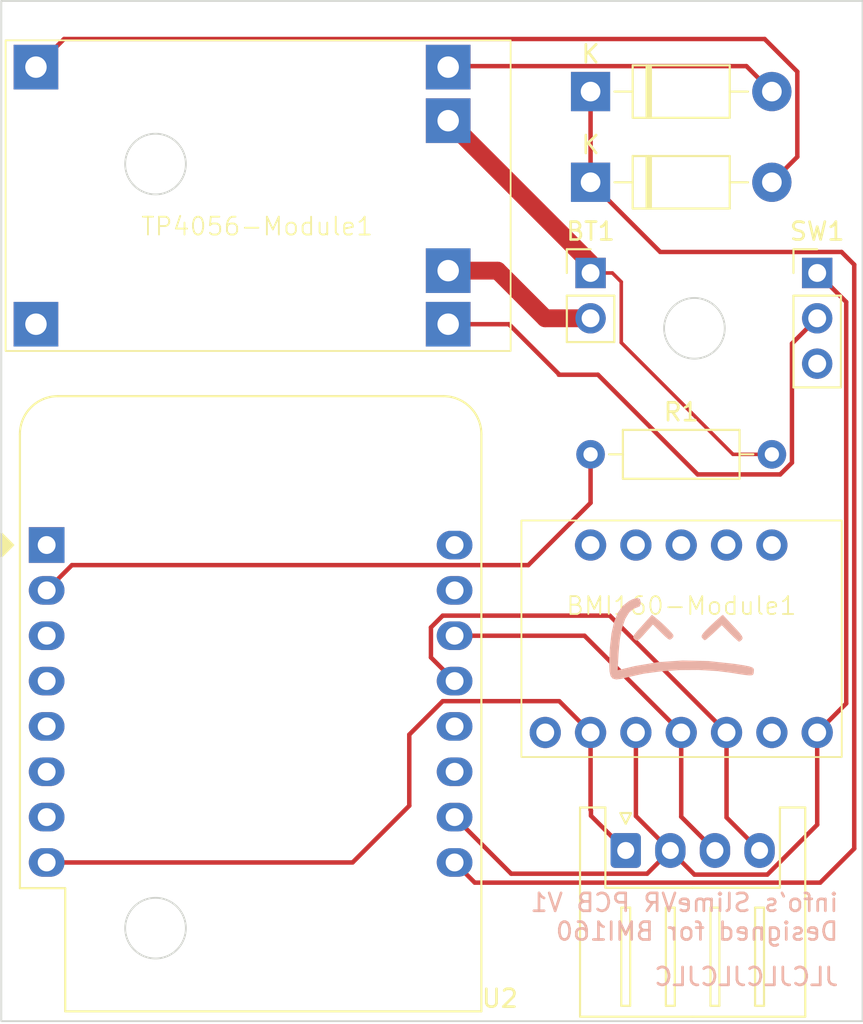
<source format=kicad_pcb>
(kicad_pcb (version 20221018) (generator pcbnew)
  (layers (0 "F.Cu" signal) (31 "B.Cu" signal) (34 "B.Paste" user) (35 "F.Paste" user) (36 "B.SilkS" user "B.Silkscreen") (37 "F.SilkS" user "F.Silkscreen") (38 "B.Mask" user) (39 "F.Mask" user) (44 "Edge.Cuts" user))
  (net 0 "")
  (net 8 "Net-(U2-A0)")
  (net 20 "Net-(SW1-B)")
  (net 22 "SCL")
  (net 23 "SDA")
  (net 24 "B+")
  (net 25 "B-")
  (net 26 "+3V3")
  (net 27 "GND")
  (net 28 "+5V")
  (net 29 "Net-(D1-A)")
  (net 30 "Net-(D2-A)")
  (footprint "Diode_THT:D_DO-41_SOD81_P10.16mm_Horizontal" (layer "F.Cu") (at 119.38 27.94)
    (fp_text reference "D2" hide)
    (fp_text value "1N5817")
    (fp_text user "K" (at 0 -2.1) (layer "F.SilkS"))
    (fp_line (start 1.34 0) (end 2.36 0) (stroke (width 0.12)) (layer "F.SilkS"))
    (fp_line (start 2.36 -1.47) (end 2.36 1.47) (stroke (width 0.12)) (layer "F.SilkS"))
    (fp_line (start 2.36 1.47) (end 7.8 1.47) (stroke (width 0.12)) (layer "F.SilkS"))
    (fp_line (start 3.14 -1.47) (end 3.14 1.47) (stroke (width 0.12)) (layer "F.SilkS"))
    (fp_line (start 3.26 -1.47) (end 3.26 1.47) (stroke (width 0.12)) (layer "F.SilkS"))
    (fp_line (start 3.38 -1.47) (end 3.38 1.47) (stroke (width 0.12)) (layer "F.SilkS"))
    (fp_line (start 7.8 -1.47) (end 2.36 -1.47) (stroke (width 0.12)) (layer "F.SilkS"))
    (fp_line (start 7.8 1.47) (end 7.8 -1.47) (stroke (width 0.12)) (layer "F.SilkS"))
    (fp_line (start 8.82 0) (end 7.8 0) (stroke (width 0.12)) (layer "F.SilkS"))
    (pad "1" thru_hole rect (at 0 0) (size 2.2 2.2) (drill 1.1) (layers "*.Cu" "*.Mask") (net 28 "+5V"))
    (pad "2" thru_hole oval (at 10.16 0) (size 2.2 2.2) (drill 1.1) (layers "*.Cu" "*.Mask") (net 30 "Net-(D2-A)"))
  )
  (footprint "Design:SlimeVR" (layer "F.Cu") (at 124.48 58.59)
    (fp_text reference "G***" hide)
    (fp_text value "LOGO" hide)
    (fp_poly (pts (xy -2.225106 -0.724802) (xy -2.479852 -0.440156) (xy -2.63454 -0.251517) (xy -2.704218 -0.130695) (xy -2.703931 -0.0495) (xy -2.648727 0.020256) (xy -2.631346 0.036289) (xy -2.545748 0.099172) (xy -2.462233 0.099518) (xy -2.34915 0.018739) (xy -2.174848 -0.161754) (xy -2.041572 -0.310094) (xy -1.607365 -0.797263) (xy -1.142415 -0.338089) (xy -0.905625 -0.109189) (xy -0.754277 0.015169) (xy -0.655734 0.051816) (xy -0.577361 0.017586) (xy -0.532743 -0.023638) (xy -0.459358 -0.114279) (xy -0.460452 -0.203356) (xy -0.552122 -0.332381) (xy -0.723176 -0.514698) (xy -0.977689 -0.764199) (xy -1.245355 -1.006493) (xy -1.360816 -1.103071) (xy -1.663298 -1.345107)) (fill solid) (layer "B.SilkS"))
    (fp_poly (pts (xy 2.250395 -1.301037) (xy 2.089885 -1.165181) (xy 1.860551 -0.958074) (xy 1.671088 -0.781014) (xy 1.385919 -0.504663) (xy 1.211169 -0.314773) (xy 1.129259 -0.186945) (xy 1.122611 -0.096776) (xy 1.146154 -0.052337) (xy 1.254791 0.060784) (xy 1.305569 0.084667) (xy 1.391806 0.030515) (xy 1.563787 -0.112174) (xy 1.785987 -0.31375) (xy 1.809681 -0.33608) (xy 2.254559 -0.756827) (xy 2.711887 -0.293747) (xy 2.936211 -0.073475) (xy 3.115606 0.089979) (xy 3.217168 0.166934) (xy 3.225241 0.169334) (xy 3.319186 0.112144) (xy 3.388295 0.040371) (xy 3.421518 -0.036908) (xy 3.390526 -0.141476) (xy 3.278989 -0.298902) (xy 3.070573 -0.534755) (xy 2.915092 -0.700462) (xy 2.668203 -0.961736) (xy 2.469428 -1.173833) (xy 2.344667 -1.309021) (xy 2.315531 -1.34251)) (fill solid) (layer "B.SilkS"))
    (fp_poly (pts (xy -2.739875 -2.21935) (xy -2.95326 -2.112155) (xy -3.297409 -1.843202) (xy -3.572536 -1.456793) (xy -3.782175 -0.943163) (xy -3.929855 -0.292547) (xy -4.019109 0.504821) (xy -4.040341 0.893635) (xy -4.054928 1.438166) (xy -4.03855 1.831697) (xy -3.976806 2.091751) (xy -3.855294 2.23585) (xy -3.659614 2.281516) (xy -3.375363 2.24627) (xy -3.005667 2.152545) (xy -2.131655 1.958084) (xy -1.146245 1.824647) (xy -0.096767 1.754264) (xy 0.969452 1.748968) (xy 2.005083 1.810791) (xy 2.751666 1.905374) (xy 3.235829 1.982799) (xy 3.578105 2.032781) (xy 3.803881 2.054212) (xy 3.938542 2.045984) (xy 4.007476 2.006986) (xy 4.036068 1.936112) (xy 4.047756 1.848768) (xy 4.05424 1.736997) (xy 4.026508 1.655221) (xy 3.938972 1.593048) (xy 3.766046 1.540085) (xy 3.482142 1.485938) (xy 3.061672 1.420215) (xy 2.952136 1.403745) (xy 1.4905 1.246416) (xy 0.060108 1.214563) (xy -1.311896 1.307435) (xy -2.598371 1.52428) (xy -2.760295 1.562111) (xy -3.580295 1.760349) (xy -3.531801 0.816675) (xy -3.460882 0.049005) (xy -3.335466 -0.594877) (xy -3.15916 -1.105703) (xy -2.935566 -1.474207) (xy -2.668291 -1.691122) (xy -2.538968 -1.735893) (xy -2.356189 -1.805446) (xy -2.290873 -1.941772) (xy -2.286 -2.038727) (xy -2.335109 -2.227586) (xy -2.485079 -2.287648)) (fill solid) (layer "B.SilkS"))
  )
  (footprint "Module:WEMOS_D1_mini_light" (layer "F.Cu") (at 88.9 53.34)
    (fp_text reference "U2" (at 25.4 25.4) (layer "F.SilkS"))
    (fp_text value "WeMos_D1_mini")
    (fp_line (start -1.5 19.22) (end -1.5 -6.21) (stroke (width 0.12)) (layer "F.SilkS"))
    (fp_line (start -1.5 19.22) (end 1.04 19.22) (stroke (width 0.12)) (layer "F.SilkS"))
    (fp_line (start 1.04 19.22) (end 1.04 26.12) (stroke (width 0.12)) (layer "F.SilkS"))
    (fp_line (start 1.04 26.12) (end 24.36 26.12) (stroke (width 0.12)) (layer "F.SilkS"))
    (fp_line (start 22.24 -8.34) (end 0.63 -8.34) (stroke (width 0.12)) (layer "F.SilkS"))
    (fp_line (start 24.36 26.12) (end 24.36 -6.21) (stroke (width 0.12)) (layer "F.SilkS"))
    (fp_arc (start -1.5 -6.21) (mid -0.876137 -7.716137) (end 0.63 -8.34) (stroke (width 0.12)) (layer "F.SilkS"))
    (fp_arc (start 22.23 -8.34) (mid 23.736137 -7.716137) (end 24.36 -6.21) (stroke (width 0.12)) (layer "F.SilkS"))
    (fp_poly (pts (xy -2.54 -0.635) (xy -2.54 0.635) (xy -1.905 0)) (stroke (width 0.15)) (fill solid) (layer "F.SilkS"))
    (pad "1" thru_hole rect (at 0 0) (size 2 2) (drill 1) (layers "*.Cu" "*.Mask"))
    (pad "2" thru_hole oval (at 0 2.54) (size 2 1.6) (drill 1) (layers "*.Cu" "*.Mask") (net 8 "Net-(U2-A0)"))
    (pad "3" thru_hole oval (at 0 5.08) (size 2 1.6) (drill 1) (layers "*.Cu" "*.Mask"))
    (pad "4" thru_hole oval (at 0 7.62) (size 2 1.6) (drill 1) (layers "*.Cu" "*.Mask"))
    (pad "5" thru_hole oval (at 0 10.16) (size 2 1.6) (drill 1) (layers "*.Cu" "*.Mask"))
    (pad "6" thru_hole oval (at 0 12.7) (size 2 1.6) (drill 1) (layers "*.Cu" "*.Mask"))
    (pad "7" thru_hole oval (at 0 15.24) (size 2 1.6) (drill 1) (layers "*.Cu" "*.Mask"))
    (pad "8" thru_hole oval (at 0 17.78) (size 2 1.6) (drill 1) (layers "*.Cu" "*.Mask") (net 26 "+3V3"))
    (pad "9" thru_hole oval (at 22.86 17.78) (size 2 1.6) (drill 1) (layers "*.Cu" "*.Mask") (net 28 "+5V"))
    (pad "10" thru_hole oval (at 22.86 15.24) (size 2 1.6) (drill 1) (layers "*.Cu" "*.Mask") (net 27 "GND"))
    (pad "11" thru_hole oval (at 22.86 12.7) (size 2 1.6) (drill 1) (layers "*.Cu" "*.Mask"))
    (pad "12" thru_hole oval (at 22.86 10.16) (size 2 1.6) (drill 1) (layers "*.Cu" "*.Mask"))
    (pad "13" thru_hole oval (at 22.86 7.62) (size 2 1.6) (drill 1) (layers "*.Cu" "*.Mask") (net 23 "SDA"))
    (pad "14" thru_hole oval (at 22.86 5.08) (size 2 1.6) (drill 1) (layers "*.Cu" "*.Mask") (net 22 "SCL"))
    (pad "15" thru_hole oval (at 22.86 2.54) (size 2 1.6) (drill 1) (layers "*.Cu" "*.Mask"))
    (pad "16" thru_hole oval (at 22.86 0) (size 2 1.6) (drill 1) (layers "*.Cu" "*.Mask"))
  )
  (footprint "Connector_PinHeader_2.54mm:PinHeader_1x03_P2.54mm_Vertical" (layer "F.Cu") (at 132.08 38.1)
    (fp_text reference "SW1" (at 0 -2.33) (layer "F.SilkS"))
    (fp_text value "SW_SPDT")
    (fp_line (start -1.33 -1.33) (end 0 -1.33) (stroke (width 0.12)) (layer "F.SilkS"))
    (fp_line (start -1.33 0) (end -1.33 -1.33) (stroke (width 0.12)) (layer "F.SilkS"))
    (fp_line (start -1.33 1.27) (end -1.33 6.41) (stroke (width 0.12)) (layer "F.SilkS"))
    (fp_line (start -1.33 1.27) (end 1.33 1.27) (stroke (width 0.12)) (layer "F.SilkS"))
    (fp_line (start -1.33 6.41) (end 1.33 6.41) (stroke (width 0.12)) (layer "F.SilkS"))
    (fp_line (start 1.33 1.27) (end 1.33 6.41) (stroke (width 0.12)) (layer "F.SilkS"))
    (pad "1" thru_hole rect (at 0 0) (size 1.7 1.7) (drill 1) (layers "*.Cu" "*.Mask") (net 27 "GND"))
    (pad "2" thru_hole oval (at 0 2.54) (size 1.7 1.7) (drill 1) (layers "*.Cu" "*.Mask") (net 20 "Net-(SW1-B)"))
    (pad "3" thru_hole oval (at 0 5.08) (size 1.7 1.7) (drill 1) (layers "*.Cu" "*.Mask"))
  )
  (footprint "Connector_JST:JST_XH_S4B-XH-A_1x04_P2.50mm_Horizontal" (layer "F.Cu") (at 121.35 70.45)
    (fp_text reference "J2" hide)
    (fp_text value "Auxiliary IMU")
    (fp_line (start -2.56 -2.41) (end -1.14 -2.41) (stroke (width 0.12)) (layer "F.SilkS"))
    (fp_line (start -2.56 9.31) (end -2.56 -2.41) (stroke (width 0.12)) (layer "F.SilkS"))
    (fp_line (start -1.14 -2.41) (end -1.14 2.09) (stroke (width 0.12)) (layer "F.SilkS"))
    (fp_line (start -1.14 2.09) (end 3.75 2.09) (stroke (width 0.12)) (layer "F.SilkS"))
    (fp_line (start -0.3 -2.1) (end 0.3 -2.1) (stroke (width 0.12)) (layer "F.SilkS"))
    (fp_line (start -0.25 3.2) (end -0.25 8.7) (stroke (width 0.12)) (layer "F.SilkS"))
    (fp_line (start -0.25 8.7) (end 0.25 8.7) (stroke (width 0.12)) (layer "F.SilkS"))
    (fp_line (start 0 -1.5) (end -0.3 -2.1) (stroke (width 0.12)) (layer "F.SilkS"))
    (fp_line (start 0.25 3.2) (end -0.25 3.2) (stroke (width 0.12)) (layer "F.SilkS"))
    (fp_line (start 0.25 8.7) (end 0.25 3.2) (stroke (width 0.12)) (layer "F.SilkS"))
    (fp_line (start 0.3 -2.1) (end 0 -1.5) (stroke (width 0.12)) (layer "F.SilkS"))
    (fp_line (start 2.25 3.2) (end 2.25 8.7) (stroke (width 0.12)) (layer "F.SilkS"))
    (fp_line (start 2.25 8.7) (end 2.75 8.7) (stroke (width 0.12)) (layer "F.SilkS"))
    (fp_line (start 2.75 3.2) (end 2.25 3.2) (stroke (width 0.12)) (layer "F.SilkS"))
    (fp_line (start 2.75 8.7) (end 2.75 3.2) (stroke (width 0.12)) (layer "F.SilkS"))
    (fp_line (start 3.75 9.31) (end -2.56 9.31) (stroke (width 0.12)) (layer "F.SilkS"))
    (fp_line (start 3.75 9.31) (end 10.06 9.31) (stroke (width 0.12)) (layer "F.SilkS"))
    (fp_line (start 4.75 3.2) (end 4.75 8.7) (stroke (width 0.12)) (layer "F.SilkS"))
    (fp_line (start 4.75 8.7) (end 5.25 8.7) (stroke (width 0.12)) (layer "F.SilkS"))
    (fp_line (start 5.25 3.2) (end 4.75 3.2) (stroke (width 0.12)) (layer "F.SilkS"))
    (fp_line (start 5.25 8.7) (end 5.25 3.2) (stroke (width 0.12)) (layer "F.SilkS"))
    (fp_line (start 7.25 3.2) (end 7.25 8.7) (stroke (width 0.12)) (layer "F.SilkS"))
    (fp_line (start 7.25 8.7) (end 7.75 8.7) (stroke (width 0.12)) (layer "F.SilkS"))
    (fp_line (start 7.75 3.2) (end 7.25 3.2) (stroke (width 0.12)) (layer "F.SilkS"))
    (fp_line (start 7.75 8.7) (end 7.75 3.2) (stroke (width 0.12)) (layer "F.SilkS"))
    (fp_line (start 8.64 -2.41) (end 8.64 2.09) (stroke (width 0.12)) (layer "F.SilkS"))
    (fp_line (start 8.64 2.09) (end 3.75 2.09) (stroke (width 0.12)) (layer "F.SilkS"))
    (fp_line (start 10.06 -2.41) (end 8.64 -2.41) (stroke (width 0.12)) (layer "F.SilkS"))
    (fp_line (start 10.06 9.31) (end 10.06 -2.41) (stroke (width 0.12)) (layer "F.SilkS"))
    (pad "1" thru_hole roundrect (at 0 0) (size 1.7 1.95) (drill 0.95) (layers "*.Cu" "*.Mask") (roundrect_rratio 0.1470588235) (net 26 "+3V3"))
    (pad "2" thru_hole oval (at 2.5 0) (size 1.7 1.95) (drill 0.95) (layers "*.Cu" "*.Mask") (net 27 "GND"))
    (pad "3" thru_hole oval (at 5 0) (size 1.7 1.95) (drill 0.95) (layers "*.Cu" "*.Mask") (net 22 "SCL"))
    (pad "4" thru_hole oval (at 7.5 0) (size 1.7 1.95) (drill 0.95) (layers "*.Cu" "*.Mask") (net 23 "SDA"))
  )
  (footprint "Resistor_THT:R_Axial_DIN0207_L6.3mm_D2.5mm_P10.16mm_Horizontal" (layer "F.Cu") (at 119.38 48.26)
    (fp_text reference "R1" (at 5.08 -2.37) (layer "F.SilkS"))
    (fp_text value "180k")
    (fp_line (start 1.04 0) (end 1.81 0) (stroke (width 0.12)) (layer "F.SilkS"))
    (fp_line (start 1.81 -1.37) (end 1.81 1.37) (stroke (width 0.12)) (layer "F.SilkS"))
    (fp_line (start 1.81 1.37) (end 8.35 1.37) (stroke (width 0.12)) (layer "F.SilkS"))
    (fp_line (start 8.35 -1.37) (end 1.81 -1.37) (stroke (width 0.12)) (layer "F.SilkS"))
    (fp_line (start 8.35 1.37) (end 8.35 -1.37) (stroke (width 0.12)) (layer "F.SilkS"))
    (fp_line (start 9.12 0) (end 8.35 0) (stroke (width 0.12)) (layer "F.SilkS"))
    (pad "1" thru_hole circle (at 0 0) (size 1.6 1.6) (drill 0.8) (layers "*.Cu" "*.Mask") (net 8 "Net-(U2-A0)"))
    (pad "2" thru_hole oval (at 10.16 0) (size 1.6 1.6) (drill 0.8) (layers "*.Cu" "*.Mask") (net 24 "B+"))
  )
  (footprint "Diode_THT:D_DO-41_SOD81_P10.16mm_Horizontal" (layer "F.Cu") (at 119.38 33.02)
    (fp_text reference "D1" hide)
    (fp_text value "1N5817")
    (fp_text user "K" (at 0 -2.1) (layer "F.SilkS"))
    (fp_line (start 1.34 0) (end 2.36 0) (stroke (width 0.12)) (layer "F.SilkS"))
    (fp_line (start 2.36 -1.47) (end 2.36 1.47) (stroke (width 0.12)) (layer "F.SilkS"))
    (fp_line (start 2.36 1.47) (end 7.8 1.47) (stroke (width 0.12)) (layer "F.SilkS"))
    (fp_line (start 3.14 -1.47) (end 3.14 1.47) (stroke (width 0.12)) (layer "F.SilkS"))
    (fp_line (start 3.26 -1.47) (end 3.26 1.47) (stroke (width 0.12)) (layer "F.SilkS"))
    (fp_line (start 3.38 -1.47) (end 3.38 1.47) (stroke (width 0.12)) (layer "F.SilkS"))
    (fp_line (start 7.8 -1.47) (end 2.36 -1.47) (stroke (width 0.12)) (layer "F.SilkS"))
    (fp_line (start 7.8 1.47) (end 7.8 -1.47) (stroke (width 0.12)) (layer "F.SilkS"))
    (fp_line (start 8.82 0) (end 7.8 0) (stroke (width 0.12)) (layer "F.SilkS"))
    (pad "1" thru_hole rect (at 0 0) (size 2.2 2.2) (drill 1.1) (layers "*.Cu" "*.Mask") (net 28 "+5V"))
    (pad "2" thru_hole oval (at 10.16 0) (size 2.2 2.2) (drill 1.1) (layers "*.Cu" "*.Mask") (net 29 "Net-(D1-A)"))
  )
  (footprint "Connector_PinHeader_2.54mm:PinHeader_1x02_P2.54mm_Vertical" (layer "F.Cu") (at 119.38 38.1)
    (fp_text reference "BT1" (at 0 -2.33) (layer "F.SilkS"))
    (fp_text value "3.7V Li-ion")
    (fp_line (start -1.33 -1.33) (end 0 -1.33) (stroke (width 0.12)) (layer "F.SilkS"))
    (fp_line (start -1.33 0) (end -1.33 -1.33) (stroke (width 0.12)) (layer "F.SilkS"))
    (fp_line (start -1.33 1.27) (end -1.33 3.87) (stroke (width 0.12)) (layer "F.SilkS"))
    (fp_line (start -1.33 1.27) (end 1.33 1.27) (stroke (width 0.12)) (layer "F.SilkS"))
    (fp_line (start -1.33 3.87) (end 1.33 3.87) (stroke (width 0.12)) (layer "F.SilkS"))
    (fp_line (start 1.33 1.27) (end 1.33 3.87) (stroke (width 0.12)) (layer "F.SilkS"))
    (pad "1" thru_hole rect (at 0 0) (size 1.7 1.7) (drill 1) (layers "*.Cu" "*.Mask") (net 24 "B+"))
    (pad "2" thru_hole oval (at 0 2.54) (size 1.7 1.7) (drill 1) (layers "*.Cu" "*.Mask") (net 25 "B-"))
  )
  (footprint "Breakout Boards:TP4056-Module" (layer "F.Cu") (at 100.7 33.02)
    (fp_text reference "TP4056-Module1" (at -0.005 2.47 unlocked) (layer "F.SilkS") (effects (font (thickness 0.1))))
    (fp_text value "~")
    (fp_rect (start -14.1 -7.95) (end 14.2 9.45) (stroke (width 0.1)) (fill none) (layer "F.SilkS"))
    (pad "B+" thru_hole rect (at 10.7 -3.45) (size 2.5 2.5) (drill 1.2) (layers "*.Cu" "*.Mask" "Eco1.User") (net 24 "B+"))
    (pad "B-" thru_hole rect (at 10.7 4.95) (size 2.5 2.5) (drill 1.2) (layers "*.Cu" "*.Mask" "Eco1.User") (net 25 "B-"))
    (pad "IN+" thru_hole rect (at -12.4 -6.45) (size 2.5 2.5) (drill 1.2) (layers "*.Cu" "*.Mask" "Eco1.User") (net 29 "Net-(D1-A)"))
    (pad "IN-" thru_hole rect (at -12.4 7.95) (size 2.5 2.5) (drill 1.2) (layers "*.Cu" "*.Mask" "Eco1.User"))
    (pad "OUT+" thru_hole rect (at 10.7 -6.45) (size 2.5 2.5) (drill 1.2) (layers "*.Cu" "*.Mask" "Eco1.User") (net 30 "Net-(D2-A)"))
    (pad "OUT-" thru_hole rect (at 10.7 7.95) (size 2.5 2.5) (drill 1.2) (layers "*.Cu" "*.Mask" "Eco1.User") (net 20 "Net-(SW1-B)"))
  )
  (footprint "Breakout Boards:BMI160-Module" (layer "F.Cu") (at 124.47 57.245)
    (fp_text reference "BMI160-Module1" (at 0 -0.5 unlocked) (layer "F.SilkS") (effects (font (thickness 0.1))))
    (fp_text value "~")
    (fp_rect (start -8.965 -5.28) (end 8.985 7.97) (stroke (width 0.1)) (fill none) (layer "F.SilkS"))
    (pad "3V3" thru_hole circle (at -5.09 6.595) (size 1.75 1.75) (drill 1) (layers "*.Cu" "*.Mask" "Eco1.User") (net 26 "+3V3"))
    (pad "CS" thru_hole circle (at 5.07 6.595) (size 1.75 1.75) (drill 1) (layers "*.Cu" "*.Mask" "Eco1.User"))
    (pad "GND" thru_hole circle (at -2.55 6.595) (size 1.75 1.75) (drill 1) (layers "*.Cu" "*.Mask" "Eco1.User") (net 27 "GND"))
    (pad "INT1" thru_hole circle (at -0.01 -3.905) (size 1.75 1.75) (drill 1) (layers "*.Cu" "*.Mask" "Eco1.User"))
    (pad "INT2" thru_hole circle (at -2.55 -3.905) (size 1.75 1.75) (drill 1) (layers "*.Cu" "*.Mask" "Eco1.User"))
    (pad "OCS" thru_hole circle (at -5.09 -3.905) (size 1.75 1.75) (drill 1) (layers "*.Cu" "*.Mask" "Eco1.User"))
    (pad "SAO" thru_hole circle (at 7.61 6.595) (size 1.75 1.75) (drill 1) (layers "*.Cu" "*.Mask" "Eco1.User") (net 27 "GND"))
    (pad "SCL" thru_hole circle (at -0.01 6.595) (size 1.75 1.75) (drill 1) (layers "*.Cu" "*.Mask" "Eco1.User") (net 22 "SCL"))
    (pad "SCX" thru_hole circle (at 2.53 -3.905) (size 1.75 1.75) (drill 1) (layers "*.Cu" "*.Mask" "Eco1.User"))
    (pad "SDA" thru_hole circle (at 2.53 6.595) (size 1.75 1.75) (drill 1) (layers "*.Cu" "*.Mask" "Eco1.User") (net 23 "SDA"))
    (pad "SDX" thru_hole circle (at 5.07 -3.905) (size 1.75 1.75) (drill 1) (layers "*.Cu" "*.Mask" "Eco1.User"))
    (pad "VIN" thru_hole circle (at -7.63 6.595) (size 1.75 1.75) (drill 1) (layers "*.Cu" "*.Mask" "Eco1.User"))
  )
  (gr_circle (center 95 74.8) (end 93.3 74.8) (stroke (width 0.1)) (fill none) (layer "Edge.Cuts"))
  (gr_circle (center 125.2 41.2) (end 126.9 41.2) (stroke (width 0.1)) (fill none) (layer "Edge.Cuts"))
  (gr_rect (start 86.36 22.86) (end 134.62 80.01) (stroke (width 0.1)) (fill none) (layer "Edge.Cuts"))
  (gr_circle (center 95 32) (end 93.3 32) (stroke (width 0.1)) (fill none) (layer "Edge.Cuts"))
  (gr_text "info's SlimeVR PCB V1\nDesigned for BMI160" (at 133.35 75.565) (layer "B.SilkS") (effects (font (size 1 1)) (justify left bottom mirror)))
  (gr_text "JLCJLCJLCJLC" (at 133.35 78.105) (layer "B.SilkS") (effects (font (size 1 1) (thickness 0.153)) (justify left bottom mirror)))
  (segment (start 119.38 48.26) (end 119.38 50.976778) (width 0.25) (layer "F.Cu") (net 8))
  (segment (start 115.891778 54.465) (end 90.315 54.465) (width 0.25) (layer "F.Cu") (net 8))
  (segment (start 90.315 54.465) (end 88.9 55.88) (width 0.25) (layer "F.Cu") (net 8))
  (segment (start 119.38 50.976778) (end 115.891778 54.465) (width 0.25) (layer "F.Cu") (net 8))
  (segment (start 114.806778 40.97) (end 117.6 43.763222) (width 0.25) (layer "F.Cu") (net 20))
  (segment (start 132.08 40.64) (end 130.665 42.055) (width 0.25) (layer "F.Cu") (net 20))
  (segment (start 117.6 43.763222) (end 117.6 43.8) (width 0.25) (layer "F.Cu") (net 20))
  (segment (start 130.665 42.055) (end 130.665 48.725991) (width 0.25) (layer "F.Cu") (net 20))
  (segment (start 130.005991 49.385) (end 125.38 49.385) (width 0.25) (layer "F.Cu") (net 20))
  (segment (start 130.665 48.725991) (end 130.005991 49.385) (width 0.25) (layer "F.Cu") (net 20))
  (segment (start 117.6 43.8) (end 119.795 43.8) (width 0.25) (layer "F.Cu") (net 20))
  (segment (start 119.795 43.8) (end 125.38 49.385) (width 0.25) (layer "F.Cu") (net 20))
  (segment (start 111.4 40.97) (end 114.806778 40.97) (width 0.25) (layer "F.Cu") (net 20))
  (segment (start 119.04 58.42) (end 124.46 63.84) (width 0.25) (layer "F.Cu") (net 22))
  (segment (start 111.76 58.42) (end 119.04 58.42) (width 0.25) (layer "F.Cu") (net 22))
  (segment (start 124.46 63.84) (end 124.46 68.56) (width 0.25) (layer "F.Cu") (net 22))
  (segment (start 124.46 68.56) (end 126.35 70.45) (width 0.25) (layer "F.Cu") (net 22))
  (segment (start 110.435 59.635) (end 110.435 57.95401) (width 0.25) (layer "F.Cu") (net 23))
  (segment (start 111.09401 57.295) (end 120.455 57.295) (width 0.25) (layer "F.Cu") (net 23))
  (segment (start 120.455 57.295) (end 127 63.84) (width 0.25) (layer "F.Cu") (net 23))
  (segment (start 110.435 57.95401) (end 111.09401 57.295) (width 0.25) (layer "F.Cu") (net 23))
  (segment (start 111.76 60.96) (end 110.435 59.635) (width 0.25) (layer "F.Cu") (net 23))
  (segment (start 127 68.6) (end 128.85 70.45) (width 0.25) (layer "F.Cu") (net 23))
  (segment (start 127 63.84) (end 127 68.6) (width 0.25) (layer "F.Cu") (net 23))
  (segment (start 119.38 38.1) (end 119.38 37.55) (width 0.2) (layer "F.Cu") (net 24))
  (segment (start 119.38 37.55) (end 111.4 29.57) (width 1) (layer "F.Cu") (net 24))
  (segment (start 121.1 42) (end 121.1 38.6) (width 0.2) (layer "F.Cu") (net 24))
  (segment (start 127.36 48.26) (end 121.1 42) (width 0.2) (layer "F.Cu") (net 24))
  (segment (start 120.6 38.1) (end 119.38 38.1) (width 0.2) (layer "F.Cu") (net 24))
  (segment (start 121.1 38.6) (end 120.6 38.1) (width 0.2) (layer "F.Cu") (net 24))
  (segment (start 129.54 48.26) (end 127.36 48.26) (width 0.2) (layer "F.Cu") (net 24))
  (segment (start 114.17 37.97) (end 116.84 40.64) (width 1) (layer "F.Cu") (net 25))
  (segment (start 111.4 37.97) (end 114.17 37.97) (width 1) (layer "F.Cu") (net 25))
  (segment (start 119.38 40.463222) (end 119.38 40.64) (width 0.25) (layer "F.Cu") (net 25))
  (segment (start 116.84 40.64) (end 119.38 40.64) (width 1) (layer "F.Cu") (net 25))
  (segment (start 119.4 68.5) (end 119.4 68.2) (width 0.25) (layer "F.Cu") (net 26))
  (segment (start 111.09401 62.085) (end 117.625 62.085) (width 0.25) (layer "F.Cu") (net 26))
  (segment (start 109.22 67.943604) (end 109.22 63.95901) (width 0.25) (layer "F.Cu") (net 26))
  (segment (start 119.4 68.2) (end 119.38 68.18) (width 0.25) (layer "F.Cu") (net 26))
  (segment (start 106.043604 71.12) (end 109.22 67.943604) (width 0.25) (layer "F.Cu") (net 26))
  (segment (start 121.35 70.45) (end 119.4 68.5) (width 0.25) (layer "F.Cu") (net 26))
  (segment (start 117.625 62.085) (end 119.38 63.84) (width 0.25) (layer "F.Cu") (net 26))
  (segment (start 109.22 63.95901) (end 111.09401 62.085) (width 0.25) (layer "F.Cu") (net 26))
  (segment (start 88.9 71.12) (end 106.043604 71.12) (width 0.25) (layer "F.Cu") (net 26))
  (segment (start 119.38 68.18) (end 119.38 63.84) (width 0.25) (layer "F.Cu") (net 26))
  (segment (start 133.705 39.725) (end 133.705 62.215) (width 0.25) (layer "F.Cu") (net 27))
  (segment (start 132.08 69.006701) (end 129.286701 71.8) (width 0.25) (layer "F.Cu") (net 27))
  (segment (start 132.08 63.84) (end 132.08 69.006701) (width 0.25) (layer "F.Cu") (net 27))
  (segment (start 133.705 62.215) (end 132.08 63.84) (width 0.25) (layer "F.Cu") (net 27))
  (segment (start 114.93 71.75) (end 122.55 71.75) (width 0.25) (layer "F.Cu") (net 27))
  (segment (start 125.2 71.8) (end 123.85 70.45) (width 0.25) (layer "F.Cu") (net 27))
  (segment (start 121.92 63.84) (end 121.92 68.52) (width 0.25) (layer "F.Cu") (net 27))
  (segment (start 129.286701 71.8) (end 125.2 71.8) (width 0.25) (layer "F.Cu") (net 27))
  (segment (start 111.76 68.58) (end 114.93 71.75) (width 0.25) (layer "F.Cu") (net 27))
  (segment (start 121.92 68.52) (end 123.85 70.45) (width 0.25) (layer "F.Cu") (net 27))
  (segment (start 132.08 38.1) (end 133.705 39.725) (width 0.25) (layer "F.Cu") (net 27))
  (segment (start 122.55 71.75) (end 123.85 70.45) (width 0.25) (layer "F.Cu") (net 27))
  (segment (start 119.38 33.02) (end 119.38 27.94) (width 0.25) (layer "F.Cu") (net 28))
  (segment (start 133.445 36.925) (end 123.285 36.925) (width 0.25) (layer "F.Cu") (net 28))
  (segment (start 111.76 71.12) (end 112.89 72.25) (width 0.25) (layer "F.Cu") (net 28))
  (segment (start 134.155 70.345) (end 134.155 37.635) (width 0.25) (layer "F.Cu") (net 28))
  (segment (start 112.89 72.25) (end 132.25 72.25) (width 0.25) (layer "F.Cu") (net 28))
  (segment (start 132.25 72.25) (end 134.155 70.345) (width 0.25) (layer "F.Cu") (net 28))
  (segment (start 123.285 36.925) (end 119.38 33.02) (width 0.25) (layer "F.Cu") (net 28))
  (segment (start 134.155 37.635) (end 133.445 36.925) (width 0.25) (layer "F.Cu") (net 28))
  (segment (start 89.875 24.995) (end 88.3 26.57) (width 0.25) (layer "F.Cu") (net 29))
  (segment (start 129.135 24.995) (end 89.875 24.995) (width 0.25) (layer "F.Cu") (net 29))
  (segment (start 129.135 24.995) (end 130.965 26.825) (width 0.25) (layer "F.Cu") (net 29))
  (segment (start 130.965 31.595) (end 129.54 33.02) (width 0.25) (layer "F.Cu") (net 29))
  (segment (start 130.965 26.825) (end 130.965 31.595) (width 0.25) (layer "F.Cu") (net 29))
  (segment (start 128.115 26.515) (end 129.54 27.94) (width 0.25) (layer "F.Cu") (net 30))
  (segment (start 111.4 26.57) (end 111.455 26.515) (width 0.25) (layer "F.Cu") (net 30))
  (segment (start 111.455 26.515) (end 128.115 26.515) (width 0.25) (layer "F.Cu") (net 30))
  (segment (start 112.3 26.57) (end 112.355 26.515) (width 0.25) (layer "F.Cu") (net 30))
)
</source>
